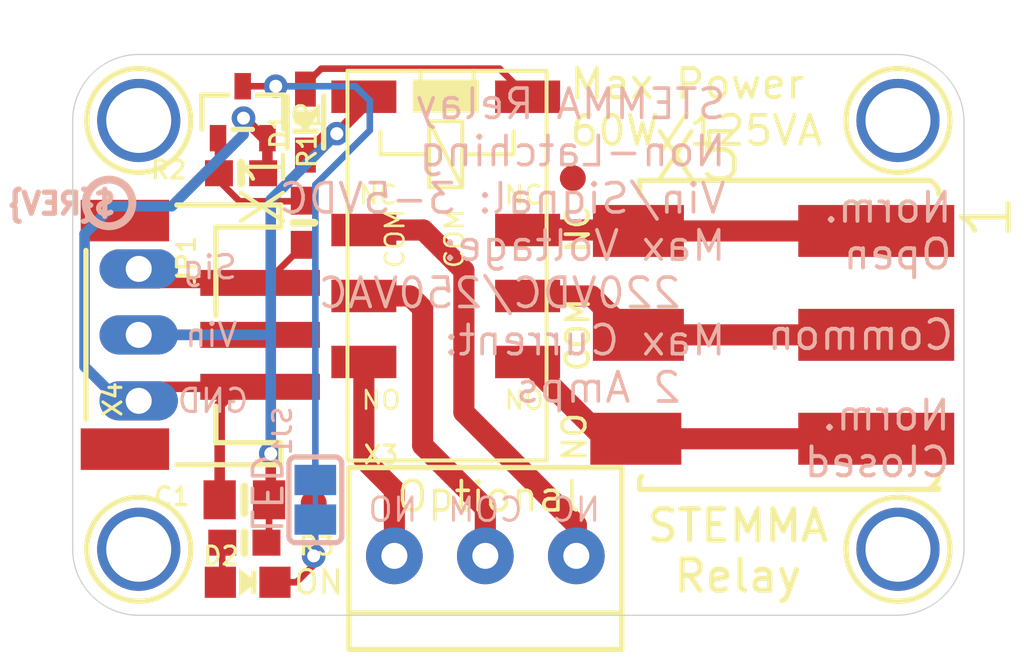
<source format=kicad_pcb>
(kicad_pcb (version 20221018) (generator pcbnew)
  (layers (0 "F.Cu" signal) (1 "In1.Cu" signal) (2 "In2.Cu" signal) (3 "In3.Cu" signal) (4 "In4.Cu" signal) (5 "In5.Cu" signal) (6 "In6.Cu" signal) (7 "In7.Cu" signal) (8 "In8.Cu" signal) (9 "In9.Cu" signal) (10 "In10.Cu" signal) (11 "In11.Cu" signal) (12 "In12.Cu" signal) (13 "In13.Cu" signal) (14 "In14.Cu" signal) (31 "B.Cu" signal) (34 "B.Paste" user) (35 "F.Paste" user) (36 "B.SilkS" user "B.Silkscreen") (37 "F.SilkS" user "F.Silkscreen") (38 "B.Mask" user) (39 "F.Mask" user) (44 "Edge.Cuts" user))
  (net 0 "")
  (net 1 "GND")
  (net 2 "N$1")
  (net 3 "N$22")
  (net 4 "COM")
  (net 5 "NO")
  (net 6 "SIGNAL")
  (net 7 "N$26")
  (net 8 "NC")
  (net 9 "N$25")
  (net 10 "VIN")
  (net 11 "N$2")
  (net 12 "N$3")
  (net 13 "N$4")
  (footprint "working:MOUNTINGHOLE_2.5_PLATED" (layer "F.Cu") (at 163.1061 96.7486)
    (fp_text reference "U$8" hide)
    (fp_text value "MOUNTINGHOLE2.5" hide)
    (fp_circle (center 0 0) (end 2 0) (stroke (width 0.2032)) (fill none) (layer "F.SilkS"))
    (pad "P$1" thru_hole circle (at 0 0) (size 3.2 3.2) (drill 2.5) (layers "*.Cu" "*.Mask"))
  )
  (footprint "working:JSTPH3" (layer "F.Cu") (at 135.8646 105.0036 90)
    (fp_text reference "X4" (at -3.2225 -2.9685 90) (layer "F.SilkS") (effects (font (size 0.692831 0.692831) (thickness 0.119969)) (justify left)))
    (fp_text value "JST PH 3")
    (fp_line (start -5 3.5) (end -5 -0.5) (stroke (width 0.2032)) (layer "F.SilkS"))
    (fp_line (start -4.15 1) (end -4.15 3.5) (stroke (width 0.2032)) (layer "F.SilkS"))
    (fp_line (start -4.15 3.5) (end -5 3.5) (stroke (width 0.2032)) (layer "F.SilkS"))
    (fp_line (start -3.25 -4) (end 3.25 -4) (stroke (width 0.2032)) (layer "F.SilkS"))
    (fp_line (start -2.75 1) (end -4.15 1) (stroke (width 0.2032)) (layer "F.SilkS"))
    (fp_line (start 4.15 1) (end 0.75 1) (stroke (width 0.2032)) (layer "F.SilkS"))
    (fp_line (start 4.15 3.5) (end 4.15 1) (stroke (width 0.2032)) (layer "F.SilkS"))
    (fp_line (start 5 -0.5) (end 5 3.5) (stroke (width 0.2032)) (layer "F.SilkS"))
    (fp_line (start 5 3.5) (end 4.15 3.5) (stroke (width 0.2032)) (layer "F.SilkS"))
    (pad "1" smd rect (at -2 2.7 90) (size 1 4.6) (layers "F.Cu" "F.Paste" "F.Mask") (net 1 "GND"))
    (pad "2" smd rect (at 0 2.7 90) (size 1 4.6) (layers "F.Cu" "F.Paste" "F.Mask") (net 10 "VIN"))
    (pad "3" smd rect (at 2 2.7 90) (size 1 4.6) (layers "F.Cu" "F.Paste" "F.Mask") (net 6 "SIGNAL"))
    (pad "NC1" smd rect (at -4.4 -2.5 180) (size 3.4 1.6) (layers "F.Cu" "F.Paste" "F.Mask"))
    (pad "NC2" smd rect (at 4.4 -2.5 180) (size 3.4 1.6) (layers "F.Cu" "F.Paste" "F.Mask"))
  )
  (footprint "working:0603-NO" (layer "F.Cu") (at 137.8331 98.7806 180)
    (fp_text reference "R2" (at 2.032 0.127) (layer "F.SilkS") (effects (font (size 0.692831 0.692831) (thickness 0.119969)) (justify right)))
    (fp_text value "10K")
    (fp_line (start 0 -0.4) (end 0 0.4) (stroke (width 0.3048)) (layer "F.SilkS"))
    (pad "1" smd rect (at -0.85 0 180) (size 1.075 1) (layers "F.Cu" "F.Paste" "F.Mask") (net 1 "GND"))
    (pad "2" smd rect (at 0.85 0 180) (size 1.075 1) (layers "F.Cu" "F.Paste" "F.Mask") (net 3 "N$22"))
  )
  (footprint "working:MOUNTINGHOLE_2.5_PLATED" (layer "F.Cu") (at 133.8961 113.2586)
    (fp_text reference "U$10" hide)
    (fp_text value "MOUNTINGHOLE2.5" hide)
    (fp_circle (center 0 0) (end 2 0) (stroke (width 0.2032)) (fill none) (layer "F.SilkS"))
    (pad "P$1" thru_hole circle (at 0 0) (size 3.2 3.2) (drill 2.5) (layers "*.Cu" "*.Mask"))
  )
  (footprint "working:RELAY_EE2_NOLATCH" (layer "F.Cu") (at 145.7071 102.3366 -90)
    (fp_text reference "X1" (at -4.68 7 90) (layer "F.SilkS") (effects (font (size 1.61798 1.61798) (thickness 0.16002)) (justify right)))
    (fp_text value "RELAY_NONLATCHING-EE2NUH")
    (fp_text user "NC" (at -2.3 -2.2) (layer "F.SilkS") (effects (font (size 0.715264 0.715264) (thickness 0.097536)) (justify left bottom)))
    (fp_text user "NO" (at 5.6 3.3) (layer "F.SilkS") (effects (font (size 0.715264 0.715264) (thickness 0.097536)) (justify left bottom)))
    (fp_text user "COM" (at 0.168 1.536 -90) (layer "F.SilkS") (effects (font (size 0.715264 0.715264) (thickness 0.097536)) (justify left bottom)))
    (fp_text user "COM" (at 0.168 -0.75 -90) (layer "F.SilkS") (effects (font (size 0.715264 0.715264) (thickness 0.097536)) (justify left bottom)))
    (fp_text user "NO" (at 5.6 -2.2) (layer "F.SilkS") (effects (font (size 0.715264 0.715264) (thickness 0.097536)) (justify left bottom)))
    (fp_text user "NC" (at -2.3 3.4) (layer "F.SilkS") (effects (font (size 0.715264 0.715264) (thickness 0.097536)) (justify left bottom)))
    (fp_line (start -7.5 -3.88) (end -7.5 -1.07) (stroke (width 0.1524)) (layer "F.SilkS"))
    (fp_line (start -7.5 -1.07) (end -7.5 0.97) (stroke (width 0.1524)) (layer "F.SilkS"))
    (fp_line (start -7.5 -1.07) (end -6.19 -1.07) (stroke (width 0.1524)) (layer "F.SilkS"))
    (fp_line (start -7.5 0.97) (end -7.5 3.78) (stroke (width 0.1524)) (layer "F.SilkS"))
    (fp_line (start -7.5 3.78) (end 7.5 3.78) (stroke (width 0.1524)) (layer "F.SilkS"))
    (fp_line (start -6.19 -1.07) (end -6.19 0.97) (stroke (width 0.1524)) (layer "F.SilkS"))
    (fp_line (start -6.19 0.97) (end -7.5 0.97) (stroke (width 0.1524)) (layer "F.SilkS"))
    (fp_line (start -5.555 -0.635) (end -5.555 0.635) (stroke (width 0.1524)) (layer "F.SilkS"))
    (fp_line (start -5.555 0.635) (end -4.285 0.635) (stroke (width 0.1524)) (layer "F.SilkS"))
    (fp_line (start -5.555 0.635) (end -3.015 -0.635) (stroke (width 0.1524)) (layer "F.SilkS"))
    (fp_line (start -5.174 -2.61) (end -4.285 -2.61) (stroke (width 0.1524)) (layer "F.SilkS"))
    (fp_line (start -4.285 -2.61) (end -4.285 -0.635) (stroke (width 0.1524)) (layer "F.SilkS"))
    (fp_line (start -4.285 -0.635) (end -5.555 -0.635) (stroke (width 0.1524)) (layer "F.SilkS"))
    (fp_line (start -4.285 0.635) (end -4.285 2.51) (stroke (width 0.1524)) (layer "F.SilkS"))
    (fp_line (start -4.285 0.635) (end -3.015 0.635) (stroke (width 0.1524)) (layer "F.SilkS"))
    (fp_line (start -4.285 2.51) (end -5.174 2.51) (stroke (width 0.1524)) (layer "F.SilkS"))
    (fp_line (start -3.015 -0.635) (end -4.285 -0.635) (stroke (width 0.1524)) (layer "F.SilkS"))
    (fp_line (start -3.015 0.635) (end -3.015 -0.635) (stroke (width 0.1524)) (layer "F.SilkS"))
    (fp_line (start 7.5 -3.88) (end -7.5 -3.88) (stroke (width 0.1524)) (layer "F.SilkS"))
    (fp_line (start 7.5 3.78) (end 7.5 -3.88) (stroke (width 0.1524)) (layer "F.SilkS"))
    (fp_poly (pts (xy -7.16 1.27) (xy -5.89 1.27) (xy -5.89 -1.27) (xy -7.16 -1.27)) (fill solid) (layer "F.SilkS"))
    (pad "1" smd rect (at -6.5 3.15 270) (size 1.25 2.5) (layers "F.Cu" "F.Paste" "F.Mask") (net 10 "VIN"))
    (pad "3" smd rect (at -1.37 3.15 270) (size 1.25 2.5) (layers "F.Cu" "F.Paste" "F.Mask") (net 11 "N$2"))
    (pad "4" smd rect (at 1.17 3.15 270) (size 1.25 2.5) (layers "F.Cu" "F.Paste" "F.Mask") (net 12 "N$3"))
    (pad "5" smd rect (at 3.71 3.15 270) (size 1.25 2.5) (layers "F.Cu" "F.Paste" "F.Mask") (net 13 "N$4"))
    (pad "8" smd rect (at 3.71 -3.15 270) (size 1.25 2.5) (layers "F.Cu" "F.Paste" "F.Mask") (net 5 "NO"))
    (pad "9" smd rect (at 1.17 -3.15 270) (size 1.25 2.5) (layers "F.Cu" "F.Paste" "F.Mask") (net 4 "COM"))
    (pad "10" smd rect (at -1.37 -3.15 270) (size 1.25 2.5) (layers "F.Cu" "F.Paste" "F.Mask") (net 8 "NC"))
    (pad "12" smd rect (at -6.5 -3.15 270) (size 1.25 2.5) (layers "F.Cu" "F.Paste" "F.Mask") (net 2 "N$1"))
  )
  (footprint "working:0603-NO" (layer "F.Cu") (at 140.2461 100.6856 90)
    (fp_text reference "R1" (at 2.032 0.127 90) (layer "F.SilkS") (effects (font (size 0.692831 0.692831) (thickness 0.119969)) (justify left)))
    (fp_text value "1K")
    (fp_line (start 0 -0.4) (end 0 0.4) (stroke (width 0.3048)) (layer "F.SilkS"))
    (pad "1" smd rect (at -0.85 0 90) (size 1.075 1) (layers "F.Cu" "F.Paste" "F.Mask") (net 6 "SIGNAL"))
    (pad "2" smd rect (at 0.85 0 90) (size 1.075 1) (layers "F.Cu" "F.Paste" "F.Mask") (net 3 "N$22"))
  )
  (footprint "working:P-2060-403_998-404" (layer "F.Cu") (at 157.6451 105.0036)
    (fp_text reference "X5" (at -4.075 -6.85) (layer "F.SilkS") (effects (font (size 1.82 1.82) (thickness 0.18)) (justify left)))
    (fp_text value "2060-403/998-404")
    (fp_text user "1" (at 9.925 -3.55 90) (layer "F.SilkS") (effects (font (size 1.8 1.8) (thickness 0.2)) (justify left bottom)))
    (fp_line (start -4.475 -5.95) (end -4.475 -5.5) (stroke (width 0.2)) (layer "F.SilkS"))
    (fp_line (start -4.475 5.6) (end -4.475 5.95) (stroke (width 0.2)) (layer "F.SilkS"))
    (fp_line (start -4.475 5.6) (end -4.4749 5.5926) (stroke (width 0.2)) (layer "F.SilkS"))
    (fp_line (start -4.475 5.95) (end 7.025 5.95) (stroke (width 0.2)) (layer "F.SilkS"))
    (fp_line (start -4.4749 -5.4926) (end -4.475 -5.5) (stroke (width 0.2)) (layer "F.SilkS"))
    (fp_line (start -4.4749 5.5926) (end -4.4737 5.5776) (stroke (width 0.2)) (layer "F.SilkS"))
    (fp_line (start -4.4737 -5.4776) (end -4.4749 -5.4926) (stroke (width 0.2)) (layer "F.SilkS"))
    (fp_line (start -4.4737 5.5776) (end -4.4714 5.5624) (stroke (width 0.2)) (layer "F.SilkS"))
    (fp_line (start -4.4714 -5.4624) (end -4.4737 -5.4776) (stroke (width 0.2)) (layer "F.SilkS"))
    (fp_line (start -4.4714 5.5624) (end -4.4698 5.5548) (stroke (width 0.2)) (layer "F.SilkS"))
    (fp_line (start -4.4698 -5.4548) (end -4.4714 -5.4624) (stroke (width 0.2)) (layer "F.SilkS"))
    (fp_line (start -4.4698 5.5548) (end -4.4679 5.5472) (stroke (width 0.2)) (layer "F.SilkS"))
    (fp_line (start -4.4679 -5.4472) (end -4.4698 -5.4548) (stroke (width 0.2)) (layer "F.SilkS"))
    (fp_line (start -4.4679 5.5472) (end -4.4631 5.5321) (stroke (width 0.2)) (layer "F.SilkS"))
    (fp_line (start -4.4631 -5.4321) (end -4.4679 -5.4472) (stroke (width 0.2)) (layer "F.SilkS"))
    (fp_line (start -4.4631 5.5321) (end -4.457 5.5172) (stroke (width 0.2)) (layer "F.SilkS"))
    (fp_line (start -4.457 -5.4172) (end -4.4631 -5.4321) (stroke (width 0.2)) (layer "F.SilkS"))
    (fp_line (start -4.457 5.5172) (end -4.4496 5.5025) (stroke (width 0.2)) (layer "F.SilkS"))
    (fp_line (start -4.4496 -5.4025) (end -4.457 -5.4172) (stroke (width 0.2)) (layer "F.SilkS"))
    (fp_line (start -4.4496 5.5025) (end -4.4409 5.4884) (stroke (width 0.2)) (layer "F.SilkS"))
    (fp_line (start -4.4409 -5.3884) (end -4.4496 -5.4025) (stroke (width 0.2)) (layer "F.SilkS"))
    (fp_line (start -4.4409 5.4884) (end -4.4309 5.4748) (stroke (width 0.2)) (layer "F.SilkS"))
    (fp_line (start -4.4309 -5.3748) (end -4.4409 -5.3884) (stroke (width 0.2)) (layer "F.SilkS"))
    (fp_line (start -4.4309 5.4748) (end -4.4254 5.4682) (stroke (width 0.2)) (layer "F.SilkS"))
    (fp_line (start -4.4254 -5.3682) (end -4.4309 -5.3748) (stroke (width 0.2)) (layer "F.SilkS"))
    (fp_line (start -4.4254 5.4682) (end -4.4196 5.4618) (stroke (width 0.2)) (layer "F.SilkS"))
    (fp_line (start -4.4196 -5.3618) (end -4.4254 -5.3682) (stroke (width 0.2)) (layer "F.SilkS"))
    (fp_line (start -4.4196 5.4618) (end -4.407 5.4497) (stroke (width 0.2)) (layer "F.SilkS"))
    (fp_line (start -4.407 5.4497) (end -4.3931 5.4386) (stroke (width 0.2)) (layer "F.SilkS"))
    (fp_line (start 6.7004 -5.95) (end -4.475 -5.95) (stroke (width 0.2)) (layer "F.SilkS"))
    (fp_line (start 6.7004 -5.95) (end 6.7393 -5.9212) (stroke (width 0.2)) (layer "F.SilkS"))
    (fp_line (start 6.7393 -5.9212) (end 6.8154 -5.8571) (stroke (width 0.2)) (layer "F.SilkS"))
    (fp_line (start 6.7393 5.8703) (end 6.7004 5.9) (stroke (width 0.2)) (layer "F.SilkS"))
    (fp_line (start 6.8154 -5.8571) (end 6.8889 -5.7842) (stroke (width 0.2)) (layer "F.SilkS"))
    (fp_line (start 6.8155 5.8043) (end 6.7393 5.8703) (stroke (width 0.2)) (layer "F.SilkS"))
    (fp_line (start 6.8889 -5.7842) (end 6.9245 -5.7447) (stroke (width 0.2)) (layer "F.SilkS"))
    (fp_line (start 6.8889 5.7296) (end 6.8155 5.8043) (stroke (width 0.2)) (layer "F.SilkS"))
    (fp_line (start 6.9245 -5.7447) (end 6.9305 -5.7377) (stroke (width 0.2)) (layer "F.SilkS"))
    (fp_line (start 6.9245 5.6891) (end 6.8889 5.7296) (stroke (width 0.2)) (layer "F.SilkS"))
    (fp_line (start 6.9245 5.9) (end 6.9245 5.95) (stroke (width 0.2)) (layer "F.SilkS"))
    (fp_line (start 6.9305 -5.7377) (end 6.9416 -5.7236) (stroke (width 0.2)) (layer "F.SilkS"))
    (fp_line (start 6.9305 5.6819) (end 6.9245 5.6891) (stroke (width 0.2)) (layer "F.SilkS"))
    (fp_line (start 6.9415 5.6674) (end 6.9305 5.6819) (stroke (width 0.2)) (layer "F.SilkS"))
    (fp_line (start 6.9416 -5.7236) (end 6.9516 -5.7094) (stroke (width 0.2)) (layer "F.SilkS"))
    (fp_line (start 6.9516 -5.7094) (end 6.9564 -5.7022) (stroke (width 0.2)) (layer "F.SilkS"))
    (fp_line (start 6.9516 5.6529) (end 6.9415 5.6674) (stroke (width 0.2)) (layer "F.SilkS"))
    (fp_line (start 6.9564 -5.7022) (end 6.961 -5.6948) (stroke (width 0.2)) (layer "F.SilkS"))
    (fp_line (start 6.9564 5.6454) (end 6.9516 5.6529) (stroke (width 0.2)) (layer "F.SilkS"))
    (fp_line (start 6.961 -5.6948) (end 6.9699 -5.6796) (stroke (width 0.2)) (layer "F.SilkS"))
    (fp_line (start 6.9611 5.6378) (end 6.9564 5.6454) (stroke (width 0.2)) (layer "F.SilkS"))
    (fp_line (start 6.9699 -5.6796) (end 6.9781 -5.6638) (stroke (width 0.2)) (layer "F.SilkS"))
    (fp_line (start 6.97 5.6221) (end 6.9611 5.6378) (stroke (width 0.2)) (layer "F.SilkS"))
    (fp_line (start 6.9781 -5.6638) (end 6.9856 -5.6474) (stroke (width 0.2)) (layer "F.SilkS"))
    (fp_line (start 6.9782 5.6057) (end 6.97 5.6221) (stroke (width 0.2)) (layer "F.SilkS"))
    (fp_line (start 6.9856 -5.6474) (end 6.9925 -5.6305) (stroke (width 0.2)) (layer "F.SilkS"))
    (fp_line (start 6.9858 5.5889) (end 6.9782 5.6057) (stroke (width 0.2)) (layer "F.SilkS"))
    (fp_line (start 6.9925 -5.6305) (end 6.9987 -5.6131) (stroke (width 0.2)) (layer "F.SilkS"))
    (fp_line (start 6.9926 5.5714) (end 6.9858 5.5889) (stroke (width 0.2)) (layer "F.SilkS"))
    (fp_line (start 6.9987 -5.6131) (end 7.0015 -5.6042) (stroke (width 0.2)) (layer "F.SilkS"))
    (fp_line (start 6.9988 5.5535) (end 6.9926 5.5714) (stroke (width 0.2)) (layer "F.SilkS"))
    (fp_line (start 7.0015 -5.6042) (end 7.0042 -5.5952) (stroke (width 0.2)) (layer "F.SilkS"))
    (fp_line (start 7.0017 5.5444) (end 6.9988 5.5535) (stroke (width 0.2)) (layer "F.SilkS"))
    (fp_line (start 7.0042 -5.5952) (end 7.009 -5.5769) (stroke (width 0.2)) (layer "F.SilkS"))
    (fp_line (start 7.0043 5.5351) (end 7.0017 5.5444) (stroke (width 0.2)) (layer "F.SilkS"))
    (fp_line (start 7.009 -5.5769) (end 7.0132 -5.5582) (stroke (width 0.2)) (layer "F.SilkS"))
    (fp_line (start 7.0092 5.5163) (end 7.0043 5.5351) (stroke (width 0.2)) (layer "F.SilkS"))
    (fp_line (start 7.0132 -5.5582) (end 7.0167 -5.5391) (stroke (width 0.2)) (layer "F.SilkS"))
    (fp_line (start 7.0133 5.4971) (end 7.0092 5.5163) (stroke (width 0.2)) (layer "F.SilkS"))
    (fp_line (start 7.0167 -5.5391) (end 7.0195 -5.5198) (stroke (width 0.2)) (layer "F.SilkS"))
    (fp_line (start 7.0168 5.4775) (end 7.0133 5.4971) (stroke (width 0.2)) (layer "F.SilkS"))
    (fp_line (start 7.0195 -5.5198) (end 7.0217 -5.5002) (stroke (width 0.2)) (layer "F.SilkS"))
    (fp_line (start 7.0196 5.4577) (end 7.0168 5.4775) (stroke (width 0.2)) (layer "F.SilkS"))
    (fp_line (start 7.0217 -5.5002) (end 7.0226 -5.4903) (stroke (width 0.2)) (layer "F.SilkS"))
    (fp_line (start 7.0218 5.4376) (end 7.0196 5.4577) (stroke (width 0.2)) (layer "F.SilkS"))
    (fp_line (start 7.0226 -5.4903) (end 7.0234 -5.4803) (stroke (width 0.2)) (layer "F.SilkS"))
    (fp_line (start 7.0227 5.4274) (end 7.0218 5.4376) (stroke (width 0.2)) (layer "F.SilkS"))
    (fp_line (start 7.0234 -5.4803) (end 7.0244 -5.4604) (stroke (width 0.2)) (layer "F.SilkS"))
    (fp_line (start 7.0234 5.4173) (end 7.0227 5.4274) (stroke (width 0.2)) (layer "F.SilkS"))
    (fp_line (start 7.0244 -5.4604) (end 7.0249 -5.4403) (stroke (width 0.2)) (layer "F.SilkS"))
    (fp_line (start 7.0244 5.3969) (end 7.0234 5.4173) (stroke (width 0.2)) (layer "F.SilkS"))
    (fp_line (start 7.0249 -5.4403) (end 7.025 -5.4302) (stroke (width 0.2)) (layer "F.SilkS"))
    (fp_line (start 7.0249 5.3764) (end 7.0244 5.3969) (stroke (width 0.2)) (layer "F.SilkS"))
    (fp_line (start 7.025 5.3661) (end 7.0249 5.3764) (stroke (width 0.2)) (layer "F.SilkS"))
    (fp_line (start 7.025 5.9) (end 6.7004 5.9) (stroke (width 0.2)) (layer "F.SilkS"))
    (fp_line (start 7.025 5.9) (end 7.025 5.95) (stroke (width 0.2)) (layer "F.SilkS"))
    (pad "L1.1" smd rect (at 4.625 -4) (size 6 2) (layers "F.Cu" "F.Paste" "F.Mask") (net 8 "NC"))
    (pad "L1.2" smd rect (at -4.525 -4) (size 3.5 2) (layers "F.Cu" "F.Paste" "F.Mask") (net 8 "NC"))
    (pad "L2.1" smd rect (at 4.625 0) (size 6 2) (layers "F.Cu" "F.Paste" "F.Mask") (net 4 "COM"))
    (pad "L2.2" smd rect (at -4.525 0) (size 3.5 2) (layers "F.Cu" "F.Paste" "F.Mask") (net 4 "COM"))
    (pad "L3.1" smd rect (at 4.625 4) (size 6 2) (layers "F.Cu" "F.Paste" "F.Mask") (net 5 "NO"))
    (pad "L3.2" smd rect (at -4.625 4) (size 3.5 2) (layers "F.Cu" "F.Paste" "F.Mask") (net 5 "NO"))
  )
  (footprint "working:SOD-323" (layer "F.Cu") (at 140.3096 96.8121 90)
    (fp_text reference "D1" (at -1.1 -1 90) (layer "F.SilkS") (effects (font (size 0.692831 0.692831) (thickness 0.119969)) (justify left)))
    (fp_text value "1N4148")
    (fp_line (start -1 -0.7) (end 1 -0.7) (stroke (width 0.2032)) (layer "F.SilkS"))
    (fp_line (start -0.25 0) (end 0.35 -0.4) (stroke (width 0.2032)) (layer "F.SilkS"))
    (fp_line (start 0.35 -0.4) (end 0.35 0.4) (stroke (width 0.2032)) (layer "F.SilkS"))
    (fp_line (start 0.35 0.4) (end -0.25 0) (stroke (width 0.2032)) (layer "F.SilkS"))
    (fp_line (start 1 0.7) (end -1 0.7) (stroke (width 0.2032)) (layer "F.SilkS"))
    (fp_poly (pts (xy 0.3016 0.389841) (xy -0.283162 0) (xy 0.3016 -0.389841)) (fill solid) (layer "F.SilkS"))
    (fp_poly (pts (xy -0.45 0.5) (xy -0.25 0.5) (xy -0.25 -0.5) (xy -0.45 -0.5)) (fill solid) (layer "F.SilkS"))
    (pad "A" smd rect (at 1.27 0 90) (size 1.35 0.8) (layers "F.Cu" "F.Paste" "F.Mask") (net 2 "N$1"))
    (pad "C" smd rect (at -1.27 0 90) (size 1.35 0.8) (layers "F.Cu" "F.Paste" "F.Mask") (net 10 "VIN"))
  )
  (footprint "working:FIDUCIAL_1MM" (layer "F.Cu") (at 140.6271 111.4806)
    (fp_text reference "FID2" hide)
    (fp_text value "FIDUCIAL_1MM" hide)
    (pad "1" smd roundrect (at 0 0) (size 1 1) (layers "F.Cu" "F.Mask") (roundrect_rratio 0.5))
  )
  (footprint "working:MOUNTINGHOLE_2.5_PLATED" (layer "F.Cu") (at 133.8961 96.7486)
    (fp_text reference "U$9" hide)
    (fp_text value "MOUNTINGHOLE2.5" hide)
    (fp_circle (center 0 0) (end 2 0) (stroke (width 0.2032)) (fill none) (layer "F.SilkS"))
    (pad "P$1" thru_hole circle (at 0 0) (size 3.2 3.2) (drill 2.5) (layers "*.Cu" "*.Mask"))
  )
  (footprint "working:CHIPLED_0805_NOOUTLINE" (layer "F.Cu") (at 138.0871 114.5286 -90)
    (fp_text reference "D2" (at -1.016 1.778) (layer "F.SilkS") (effects (font (size 0.692831 0.692831) (thickness 0.119969)) (justify left)))
    (fp_text value "RED")
    (fp_poly (pts (xy 0.5334 0.3302) (xy -0.5334 0.3302) (xy 0 -0.381)) (fill solid) (layer "F.SilkS"))
    (fp_poly (pts (xy -0.4445 -0.1405) (xy 0.4445 -0.1405) (xy 0.4445 -0.331) (xy -0.4445 -0.331)) (fill solid) (layer "F.SilkS"))
    (pad "A" smd rect (at 0 1.05 270) (size 1.2 1.2) (layers "F.Cu" "F.Paste" "F.Mask") (net 7 "N$26"))
    (pad "C" smd rect (at 0 -1.05 270) (size 1.2 1.2) (layers "F.Cu" "F.Paste" "F.Mask") (net 9 "N$25"))
  )
  (footprint "working:0805-NO" (layer "F.Cu") (at 137.9601 111.3536 180)
    (fp_text reference "C1" (at 2.032 0.127) (layer "F.SilkS") (effects (font (size 0.692831 0.692831) (thickness 0.119969)) (justify right)))
    (fp_text value "10uF")
    (fp_line (start 0 -0.508) (end 0 0.508) (stroke (width 0.3048)) (layer "F.SilkS"))
    (pad "1" smd rect (at -0.95 0 180) (size 1.24 1.5) (layers "F.Cu" "F.Paste" "F.Mask") (net 10 "VIN"))
    (pad "2" smd rect (at 0.95 0 180) (size 1.24 1.5) (layers "F.Cu" "F.Paste" "F.Mask") (net 1 "GND"))
  )
  (footprint "working:0603-NO" (layer "F.Cu") (at 137.9601 113.0046)
    (fp_text reference "R3" (at 2.032 0.127) (layer "F.SilkS") (effects (font (size 0.692831 0.692831) (thickness 0.119969)) (justify left)))
    (fp_text value "1K")
    (fp_line (start 0 -0.4) (end 0 0.4) (stroke (width 0.3048)) (layer "F.SilkS"))
    (pad "1" smd rect (at -0.85 0) (size 1.075 1) (layers "F.Cu" "F.Paste" "F.Mask") (net 7 "N$26"))
    (pad "2" smd rect (at 0.85 0) (size 1.075 1) (layers "F.Cu" "F.Paste" "F.Mask") (net 10 "VIN"))
  )
  (footprint "working:TERMBLOCK_1X3-3.5MM" (layer "F.Cu") (at 147.2311 113.5126)
    (fp_text reference "X3" (at -4.75 -3.89) (layer "F.SilkS") (effects (font (size 0.692831 0.692831) (thickness 0.119969)) (justify left)))
    (fp_text value "3.5mm Terminal")
    (fp_line (start -5.25 -3.4) (end -5.25 2.2) (stroke (width 0.2032)) (layer "F.SilkS"))
    (fp_line (start -5.25 2.2) (end -5.25 3.6) (stroke (width 0.2032)) (layer "F.SilkS"))
    (fp_line (start -5.25 2.2) (end 5.25 2.2) (stroke (width 0.2032)) (layer "F.SilkS"))
    (fp_line (start -5.25 3.6) (end 5.25 3.6) (stroke (width 0.2032)) (layer "F.SilkS"))
    (fp_line (start 5.25 -3.4) (end -5.25 -3.4) (stroke (width 0.2032)) (layer "F.SilkS"))
    (fp_line (start 5.25 2.2) (end 5.25 -3.4) (stroke (width 0.2032)) (layer "F.SilkS"))
    (fp_line (start 5.25 3.6) (end 5.25 2.2) (stroke (width 0.2032)) (layer "F.SilkS"))
    (pad "1" thru_hole circle (at 3.5 0) (size 2.1844 2.1844) (drill 1) (layers "*.Cu" "*.Mask") (net 11 "N$2"))
    (pad "2" thru_hole circle (at 0 0) (size 2.1844 2.1844) (drill 1) (layers "*.Cu" "*.Mask") (net 12 "N$3"))
    (pad "3" thru_hole circle (at -3.5 0) (size 2.1844 2.1844) (drill 1) (layers "*.Cu" "*.Mask") (net 13 "N$4"))
  )
  (footprint "working:FIDUCIAL_1MM" (layer "F.Cu") (at 150.5966 98.9711)
    (fp_text reference "FID3" hide)
    (fp_text value "FIDUCIAL_1MM" hide)
    (pad "1" smd roundrect (at 0 0) (size 1 1) (layers "F.Cu" "F.Mask") (roundrect_rratio 0.5))
  )
  (footprint "working:SOT23-R" (layer "F.Cu") (at 137.8966 96.4311)
    (fp_text reference "Q1" (at 1.778 0.127) (layer "F.SilkS") (effects (font (size 0.692831 0.692831) (thickness 0.119969)) (justify left)))
    (fp_text value "MMBT2222")
    (fp_line (start -1.5724 -0.6604) (end -0.5636 -0.6604) (stroke (width 0.2032)) (layer "F.SilkS"))
    (fp_line (start -1.5724 0.6524) (end -1.5724 -0.6604) (stroke (width 0.2032)) (layer "F.SilkS"))
    (fp_line (start 0.3724 0.6604) (end -0.3864 0.6604) (stroke (width 0.2032)) (layer "F.SilkS"))
    (fp_line (start 0.5636 -0.6604) (end 1.5724 -0.6604) (stroke (width 0.2032)) (layer "F.SilkS"))
    (fp_line (start 1.5724 -0.6604) (end 1.5724 0.6524) (stroke (width 0.2032)) (layer "F.SilkS"))
    (pad "1" smd rect (at -0.95 1) (size 0.635 1.016) (layers "F.Cu" "F.Paste" "F.Mask") (net 3 "N$22"))
    (pad "2" smd rect (at 0.95 1) (size 0.635 1.016) (layers "F.Cu" "F.Paste" "F.Mask") (net 1 "GND"))
    (pad "3" smd rect (at 0 -1) (size 0.635 1.016) (layers "F.Cu" "F.Paste" "F.Mask") (net 2 "N$1"))
  )
  (footprint "working:MOUNTINGHOLE_2.5_PLATED" (layer "F.Cu") (at 163.1061 113.2586)
    (fp_text reference "U$1" hide)
    (fp_text value "MOUNTINGHOLE2.5" hide)
    (fp_circle (center 0 0) (end 2 0) (stroke (width 0.2032)) (fill none) (layer "F.SilkS"))
    (pad "P$1" thru_hole circle (at 0 0) (size 3.2 3.2) (drill 2.5) (layers "*.Cu" "*.Mask"))
  )
  (footprint "working:1X03_OVAL" (layer "F.Cu") (at 133.8961 105.0036 -90)
    (fp_text reference "JP1" (at -3.8862 -1.8288 90) (layer "F.SilkS") (effects (font (size 0.692831 0.692831) (thickness 0.119969)) (justify right)))
    (fp_text value "0.1\" Header")
    (pad "1" thru_hole oval (at -2.54 0) (size 3.016 1.508) (drill 1) (layers "*.Cu" "*.Mask") (net 6 "SIGNAL"))
    (pad "2" thru_hole oval (at 0 0) (size 3.016 1.508) (drill 1) (layers "*.Cu" "*.Mask") (net 10 "VIN"))
    (pad "3" thru_hole oval (at 2.54 0) (size 3.016 1.508) (drill 1) (layers "*.Cu" "*.Mask") (net 1 "GND"))
  )
  (footprint "working:PCBFEAT-REV-040" (layer "B.Cu") (at 132.7531 99.9236 180)
    (fp_text reference "U$5" hide)
    (fp_text value "" hide)
    (fp_text user "${REV}" (at -0.3556 -0.508) (layer "B.SilkS") (effects (font (size 0.8128 0.8128) (thickness 0.2032)) (justify left bottom mirror)))
    (fp_circle (center 0 0) (end 0.898 0) (stroke (width 0.3048)) (fill none) (layer "B.SilkS"))
  )
  (footprint "working:SOLDERJUMPER_CLOSEDWIRE" (layer "B.Cu") (at 140.6906 111.3536 -90)
    (fp_text reference "SJ1" (at -1.651 1.27 -270) (layer "B.SilkS") (effects (font (size 0.692831 0.692831) (thickness 0.119969)) (justify right mirror)))
    (fp_text value "")
    (fp_line (start -1.651 -0.762) (end -1.651 0.762) (stroke (width 0.2032)) (layer "B.SilkS"))
    (fp_line (start -1.397 1.016) (end 1.397 1.016) (stroke (width 0.2032)) (layer "B.SilkS"))
    (fp_line (start 1.397 -1.016) (end -1.397 -1.016) (stroke (width 0.2032)) (layer "B.SilkS"))
    (fp_line (start 1.651 -0.762) (end 1.651 0.762) (stroke (width 0.2032)) (layer "B.SilkS"))
    (fp_arc (start -1.651 -0.762) (mid -1.576605 -0.941605) (end -1.397 -1.016) (stroke (width 0.2032)) (layer "B.SilkS"))
    (fp_arc (start -1.397 1.016) (mid -1.576605 0.941605) (end -1.651 0.762) (stroke (width 0.2032)) (layer "B.SilkS"))
    (fp_arc (start 1.397 -1.016) (mid 1.576605 -0.941605) (end 1.651 -0.762) (stroke (width 0.2032)) (layer "B.SilkS"))
    (fp_arc (start 1.651 0.762) (mid 1.576605 0.941605) (end 1.397 1.016) (stroke (width 0.2032)) (layer "B.SilkS"))
    (pad "1" smd rect (at -0.762 0 270) (size 1.1684 1.6002) (layers "B.Cu") (net 2 "N$1"))
    (pad "2" smd rect (at 0.762 0 270) (size 1.1684 1.6002) (layers "B.Cu") (net 9 "N$25"))
    (pad "WIRE" smd rect (at 0 0 90) (size 0.635 0.2032) (layers "B.Cu"))
  )
  (gr_line (start 133.8961 115.7986) (end 162.9791 115.7986) (stroke (width 0.05)) (layer "Edge.Cuts"))
  (gr_arc (start 162.9791 94.2086) (mid 164.838651 94.926246) (end 165.6461 96.7486) (stroke (width 0.05)) (layer "Edge.Cuts"))
  (gr_line (start 162.9791 94.2086) (end 133.8961 94.2086) (stroke (width 0.05)) (layer "Edge.Cuts"))
  (gr_line (start 131.3561 96.7486) (end 131.3561 113.2586) (stroke (width 0.05)) (layer "Edge.Cuts"))
  (gr_arc (start 133.8961 115.7986) (mid 132.100049 115.054651) (end 131.3561 113.2586) (stroke (width 0.05)) (layer "Edge.Cuts"))
  (gr_line (start 165.6461 113.2586) (end 165.6461 96.7486) (stroke (width 0.05)) (layer "Edge.Cuts"))
  (gr_arc (start 165.6461 113.2586) (mid 164.838651 115.080954) (end 162.9791 115.7986) (stroke (width 0.05)) (layer "Edge.Cuts"))
  (gr_arc (start 131.3561 96.7486) (mid 132.100049 94.952549) (end 133.8961 94.2086) (stroke (width 0.05)) (layer "Edge.Cuts"))
  (gr_text "Norm.\nOpen" (at 165.2651 101.0031) (layer "B.SilkS") (effects (font (size 1.1176 1.1176) (thickness 0.1524)) (justify left mirror)))
  (gr_text "Norm.\nClosed" (at 165.2016 109.0041) (layer "B.SilkS") (effects (font (size 1.1176 1.1176) (thickness 0.1524)) (justify left mirror)))
  (gr_text "LED" (at 138.7856 111.0996 -90) (layer "B.SilkS") (effects (font (size 1.1303 1.1303) (thickness 0.1397)) (justify mirror)))
  (gr_text "Vin" (at 136.6901 105.0036) (layer "B.SilkS") (effects (font (size 0.89408 0.89408) (thickness 0.12192)) (justify mirror)))
  (gr_text "NC" (at 150.7236 111.7346) (layer "B.SilkS") (effects (font (size 0.90424 0.90424) (thickness 0.11176)) (justify mirror)))
  (gr_text "STEMMA Relay\nNon-Latching\nVin/Signal: 3-5VDC\nMax Voltage:\n  220VDC/250VAC\nMax Current:\n  2 Amps" (at 156.5656 101.5746) (layer "B.SilkS") (effects (font (size 1.1303 1.1303) (thickness 0.1397)) (justify left mirror)))
  (gr_text "Sig" (at 136.6266 102.4001) (layer "B.SilkS") (effects (font (size 0.89408 0.89408) (thickness 0.12192)) (justify mirror)))
  (gr_text "COM" (at 147.2311 111.7346) (layer "B.SilkS") (effects (font (size 0.90424 0.90424) (thickness 0.11176)) (justify mirror)))
  (gr_text "NO" (at 143.6751 111.7346) (layer "B.SilkS") (effects (font (size 0.90424 0.90424) (thickness 0.11176)) (justify mirror)))
  (gr_text "GND" (at 136.7536 107.5436) (layer "B.SilkS") (effects (font (size 0.89408 0.89408) (thickness 0.12192)) (justify mirror)))
  (gr_text "Common" (at 165.3286 105.0036) (layer "B.SilkS") (effects (font (size 1.1176 1.1176) (thickness 0.1524)) (justify left mirror)))
  (gr_text "NC" (at 150.7871 100.9396 90) (layer "F.SilkS") (effects (font (size 0.87376 0.87376) (thickness 0.14224))))
  (gr_text "Max Power\n60W/125VA" (at 150.4061 96.2406) (layer "F.SilkS") (effects (font (size 1.1176 1.1176) (thickness 0.1524)) (justify left)))
  (gr_text "Optional" (at 147.3581 111.2266) (layer "F.SilkS") (effects (font (size 1.1303 1.1303) (thickness 0.1397))))
  (gr_text "NO" (at 150.6601 108.9406 90) (layer "F.SilkS") (effects (font (size 0.87376 0.87376) (thickness 0.14224))))
  (gr_text "STEMMA\nRelay" (at 156.9466 113.3221) (layer "F.SilkS") (effects (font (size 1.20142 1.20142) (thickness 0.19558))))
  (gr_text "COM" (at 150.7871 105.0036 90) (layer "F.SilkS") (effects (font (size 0.87376 0.87376) (thickness 0.14224))))
  (gr_text "ON" (at 140.8176 114.5286) (layer "F.SilkS") (effects (font (size 0.89408 0.89408) (thickness 0.12192))))
  (segment (start 137.0101 111.3536) (end 137.0101 107.6996) (width 0.4064) (layer "F.Cu") (net 1))
  (segment (start 138.5646 107.0036) (end 137.7061 107.0036) (width 0.4064) (layer "F.Cu") (net 1))
  (segment (start 137.7061 107.0036) (end 134.4361 107.0036) (width 0.4064) (layer "F.Cu") (net 1))
  (segment (start 134.4361 107.0036) (end 133.8961 107.5436) (width 0.4064) (layer "F.Cu") (net 1))
  (segment (start 138.8466 97.4311) (end 138.700387 97.4311) (width 0.4064) (layer "F.Cu") (net 1))
  (segment (start 138.700387 97.4311) (end 137.928287 96.659) (width 0.4064) (layer "F.Cu") (net 1))
  (segment (start 138.8466 97.4311) (end 138.8466 98.6171) (width 0.4064) (layer "F.Cu") (net 1))
  (segment (start 137.0101 107.6996) (end 137.7061 107.0036) (width 0.4064) (layer "F.Cu") (net 1))
  (segment (start 138.8466 98.6171) (end 138.6831 98.7806) (width 0.4064) (layer "F.Cu") (net 1))
  (via (at 137.928287 96.659) (size 0.9064) (drill 0.5) (layers "F.Cu" "B.Cu") (net 1))
  (segment (start 137.928287 96.659) (end 137.928287 97.288413) (width 0.4064) (layer "B.Cu") (net 1))
  (segment (start 132.8801 100.0506) (end 131.8133 101.1174) (width 0.4064) (layer "B.Cu") (net 1))
  (segment (start 131.8133 106.2228) (end 133.1341 107.5436) (width 0.4064) (layer "B.Cu") (net 1))
  (segment (start 133.1341 107.5436) (end 133.8961 107.5436) (width 0.4064) (layer "B.Cu") (net 1))
  (segment (start 137.928287 97.288413) (end 135.1661 100.0506) (width 0.4064) (layer "B.Cu") (net 1))
  (segment (start 131.8133 101.1174) (end 131.8133 106.2228) (width 0.4064) (layer "B.Cu") (net 1))
  (segment (start 135.1661 100.0506) (end 132.8801 100.0506) (width 0.4064) (layer "B.Cu") (net 1))
  (segment (start 140.1986 95.4311) (end 140.3096 95.5421) (width 0.254) (layer "F.Cu") (net 2))
  (segment (start 139.1666 95.4311) (end 137.8966 95.4311) (width 0.254) (layer "F.Cu") (net 2))
  (segment (start 147.7749 94.7544) (end 140.916325 94.7544) (width 0.254) (layer "F.Cu") (net 2))
  (segment (start 140.916325 94.7544) (end 140.239625 95.4311) (width 0.254) (layer "F.Cu") (net 2))
  (segment (start 148.8571 95.8366) (end 147.7749 94.7544) (width 0.254) (layer "F.Cu") (net 2))
  (segment (start 140.1986 95.4311) (end 140.239625 95.4311) (width 0.254) (layer "F.Cu") (net 2))
  (segment (start 139.1666 95.4311) (end 140.1986 95.4311) (width 0.254) (layer "F.Cu") (net 2))
  (via (at 139.1666 95.4311) (size 0.9064) (drill 0.5) (layers "F.Cu" "B.Cu") (net 2))
  (segment (start 142.7861 97.1296) (end 140.6906 99.2251) (width 0.254) (layer "B.Cu") (net 2))
  (segment (start 139.1666 95.4311) (end 142.2306 95.4311) (width 0.254) (layer "B.Cu") (net 2))
  (segment (start 140.6906 99.2251) (end 140.6906 110.5916) (width 0.254) (layer "B.Cu") (net 2))
  (segment (start 142.2306 95.4311) (end 142.7861 95.9866) (width 0.254) (layer "B.Cu") (net 2))
  (segment (start 142.7861 95.9866) (end 142.7861 97.1296) (width 0.254) (layer "B.Cu") (net 2))
  (segment (start 140.2216 99.8601) (end 137.7696 99.8601) (width 0.254) (layer "F.Cu") (net 3))
  (segment (start 137.7696 99.8601) (end 136.9831 99.0736) (width 0.254) (layer "F.Cu") (net 3))
  (segment (start 136.9466 98.7441) (end 136.9466 97.4311) (width 0.254) (layer "F.Cu") (net 3))
  (segment (start 136.9831 98.7806) (end 136.9466 98.7441) (width 0.254) (layer "F.Cu") (net 3))
  (segment (start 140.2461 99.8356) (end 140.2216 99.8601) (width 0.254) (layer "F.Cu") (net 3))
  (segment (start 136.9831 99.0736) (end 136.9831 98.7806) (width 0.254) (layer "F.Cu") (net 3))
  (segment (start 153.1201 105.0036) (end 162.2701 105.0036) (width 0.8128) (layer "F.Cu") (net 4))
  (segment (start 148.8571 103.5066) (end 151.3221 103.5066) (width 0.8128) (layer "F.Cu") (net 4))
  (segment (start 153.1201 105.0036) (end 152.8191 105.0036) (width 0.8128) (layer "F.Cu") (net 4))
  (segment (start 152.8191 105.0036) (end 151.3221 103.5066) (width 0.8128) (layer "F.Cu") (net 4))
  (segment (start 151.8141 109.0036) (end 153.0201 109.0036) (width 0.8128) (layer "F.Cu") (net 5))
  (segment (start 148.8571 106.0466) (end 151.8141 109.0036) (width 0.8128) (layer "F.Cu") (net 5))
  (segment (start 153.0201 109.0036) (end 162.2701 109.0036) (width 0.8128) (layer "F.Cu") (net 5))
  (segment (start 138.5646 103.0036) (end 134.4361 103.0036) (width 0.4064) (layer "F.Cu") (net 6))
  (segment (start 140.2461 101.5356) (end 138.7781 103.0036) (width 0.254) (layer "F.Cu") (net 6))
  (segment (start 134.4361 103.0036) (end 133.8961 102.4636) (width 0.4064) (layer "F.Cu") (net 6))
  (segment (start 138.5646 103.0036) (end 138.7781 103.0036) (width 0.254) (layer "F.Cu") (net 6))
  (segment (start 137.1101 114.4556) (end 137.0371 114.5286) (width 0.254) (layer "F.Cu") (net 7))
  (segment (start 137.1101 113.0046) (end 137.1101 114.4556) (width 0.254) (layer "F.Cu") (net 7))
  (segment (start 148.8571 100.9666) (end 153.0831 100.9666) (width 0.8128) (layer "F.Cu") (net 8))
  (segment (start 162.2701 101.0036) (end 153.1201 101.0036) (width 0.8128) (layer "F.Cu") (net 8))
  (segment (start 153.0831 100.9666) (end 153.1201 101.0036) (width 0.8128) (layer "F.Cu") (net 8))
  (segment (start 139.1371 114.5286) (end 139.9626 114.5286) (width 0.254) (layer "F.Cu") (net 9))
  (segment (start 140.6271 113.5126) (end 140.6271 113.8641) (width 0.254) (layer "F.Cu") (net 9))
  (segment (start 140.6271 113.8641) (end 139.9626 114.5286) (width 0.254) (layer "F.Cu") (net 9))
  (via (at 140.6271 113.5126) (size 0.9064) (drill 0.5) (layers "F.Cu" "B.Cu") (net 9))
  (segment (start 140.6906 112.1156) (end 140.6906 113.4491) (width 0.254) (layer "B.Cu") (net 9))
  (segment (start 140.6906 113.4491) (end 140.6271 113.5126) (width 0.254) (layer "B.Cu") (net 9))
  (segment (start 140.3096 98.0821) (end 141.1351 97.2566) (width 0.4064) (layer "F.Cu") (net 10))
  (segment (start 138.9101 111.6076) (end 138.9101 112.9046) (width 0.254) (layer "F.Cu") (net 10))
  (segment (start 138.9101 111.3536) (end 138.9101 111.6076) (width 0.254) (layer "F.Cu") (net 10))
  (segment (start 138.9101 112.9046) (end 138.8101 113.0046) (width 0.254) (layer "F.Cu") (net 10))
  (segment (start 141.1351 97.2566) (end 141.5161 97.2566) (width 0.4064) (layer "F.Cu") (net 10))
  (segment (start 142.5571 95.8366) (end 142.5571 96.2156) (width 0.4064) (layer "F.Cu") (net 10))
  (segment (start 142.5571 96.2156) (end 141.5161 97.2566) (width 0.4064) (layer "F.Cu") (net 10))
  (segment (start 138.5646 105.0036) (end 133.8961 105.0036) (width 0.4064) (layer "F.Cu") (net 10))
  (segment (start 138.9761 109.5756) (end 138.9761 111.5416) (width 0.4064) (layer "F.Cu") (net 10))
  (segment (start 138.9761 111.5416) (end 138.9101 111.6076) (width 0.4064) (layer "F.Cu") (net 10))
  (via (at 138.9761 109.5756) (size 0.9064) (drill 0.5) (layers "F.Cu" "B.Cu") (net 10))
  (via (at 141.5161 97.2566) (size 0.9064) (drill 0.5) (layers "F.Cu" "B.Cu") (net 10))
  (segment (start 138.9761 105.0036) (end 138.9761 109.5756) (width 0.4064) (layer "B.Cu") (net 10))
  (segment (start 133.8961 105.0036) (end 138.9761 105.0036) (width 0.4064) (layer "B.Cu") (net 10))
  (segment (start 141.5161 97.2566) (end 138.9761 99.7966) (width 0.4064) (layer "B.Cu") (net 10))
  (segment (start 138.9761 99.7966) (end 138.9761 105.0036) (width 0.4064) (layer "B.Cu") (net 10))
  (segment (start 150.7311 112.3136) (end 150.7311 113.5126) (width 0.8128) (layer "F.Cu") (net 11))
  (segment (start 146.4056 107.9881) (end 150.7311 112.3136) (width 0.8128) (layer "F.Cu") (net 11))
  (segment (start 144.8451 100.9666) (end 146.4056 102.5271) (width 0.8128) (layer "F.Cu") (net 11))
  (segment (start 146.4056 102.5271) (end 146.4056 107.9881) (width 0.8128) (layer "F.Cu") (net 11))
  (segment (start 142.5571 100.9666) (end 144.8451 100.9666) (width 0.8128) (layer "F.Cu") (net 11))
  (segment (start 144.3371 103.5066) (end 144.8181 103.9876) (width 0.8128) (layer "F.Cu") (net 12))
  (segment (start 142.5571 103.5066) (end 144.3371 103.5066) (width 0.8128) (layer "F.Cu") (net 12))
  (segment (start 147.2311 111.6711) (end 147.2311 113.5126) (width 0.8128) (layer "F.Cu") (net 12))
  (segment (start 144.8181 109.2581) (end 147.2311 111.6711) (width 0.8128) (layer "F.Cu") (net 12))
  (segment (start 144.8181 103.9876) (end 144.8181 109.2581) (width 0.8128) (layer "F.Cu") (net 12))
  (segment (start 142.5571 106.0466) (end 142.5571 109.7986) (width 0.8128) (layer "F.Cu") (net 13))
  (segment (start 143.7311 110.9726) (end 143.7311 113.5126) (width 0.8128) (layer "F.Cu") (net 13))
  (segment (start 143.7311 110.9726) (end 142.5571 109.7986) (width 0.8128) (layer "F.Cu") (net 13))
)
</source>
